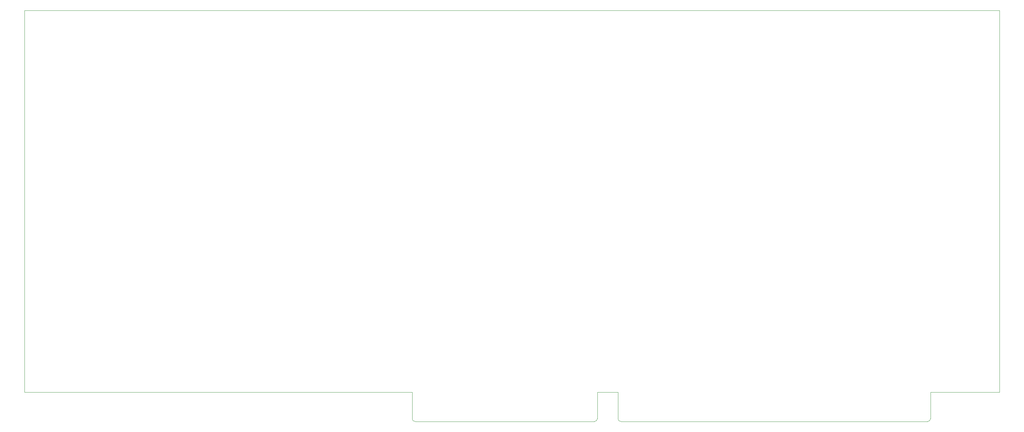
<source format=gm1>
G04 #@! TF.GenerationSoftware,KiCad,Pcbnew,7.0.7*
G04 #@! TF.CreationDate,2024-03-19T08:19:51-04:00*
G04 #@! TF.ProjectId,PCB - CPU V1,50434220-2d20-4435-9055-2056312e6b69,1.0*
G04 #@! TF.SameCoordinates,Original*
G04 #@! TF.FileFunction,Profile,NP*
%FSLAX46Y46*%
G04 Gerber Fmt 4.6, Leading zero omitted, Abs format (unit mm)*
G04 Created by KiCad (PCBNEW 7.0.7) date 2024-03-19 08:19:51*
%MOMM*%
%LPD*%
G01*
G04 APERTURE LIST*
G04 #@! TA.AperFunction,Profile*
%ADD10C,0.100000*%
G04 #@! TD*
G04 APERTURE END LIST*
D10*
X265811000Y-153670000D02*
X219329000Y-153670000D01*
X266573000Y-152908000D02*
X266573000Y-146050000D01*
X271907000Y-152908000D02*
X271907000Y-146050000D01*
X352171000Y-153670000D02*
X272669000Y-153670000D01*
X352933000Y-152908000D02*
X352933000Y-146050000D01*
X352171000Y-153670000D02*
G75*
G03*
X352933000Y-152908000I0J762000D01*
G01*
X271907000Y-152908000D02*
G75*
G03*
X272669000Y-153670000I762000J0D01*
G01*
X265811000Y-153670000D02*
G75*
G03*
X266573000Y-152908000I0J762000D01*
G01*
X218567000Y-152908000D02*
G75*
G03*
X219329000Y-153670000I762000J0D01*
G01*
X218567000Y-146050000D02*
X218567000Y-152908000D01*
X370840000Y-146050000D02*
X370840000Y-46990000D01*
X118110000Y-146050000D02*
X218567000Y-146050000D01*
X352933000Y-146050000D02*
X370840000Y-146050000D01*
X370840000Y-46990000D02*
X118110000Y-46990000D01*
X266573000Y-146050000D02*
X271907000Y-146050000D01*
X118110000Y-46990000D02*
X118110000Y-146050000D01*
M02*

</source>
